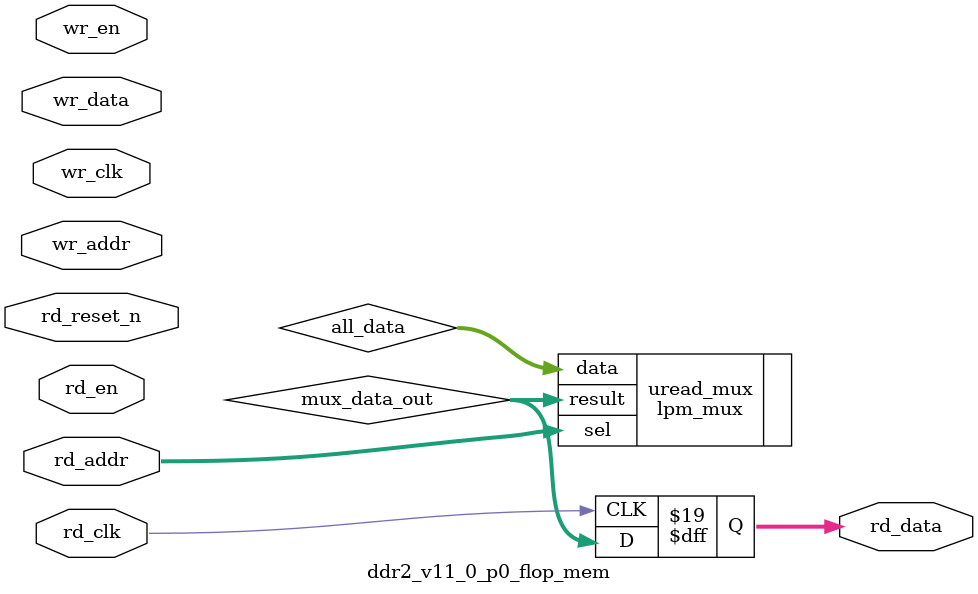
<source format=v>


(* altera_attribute = "-name ALLOW_SYNCH_CTRL_USAGE ON;-name AUTO_CLOCK_ENABLE_RECOGNITION ON" *)
module ddr2_v11_0_p0_flop_mem(
	wr_clk,
	wr_en,
	wr_addr,
	wr_data,
	rd_reset_n,
	rd_clk,
	rd_en,
	rd_addr,
	rd_data
);

parameter WRITE_MEM_DEPTH	= "";
parameter WRITE_ADDR_WIDTH	= "";
parameter WRITE_DATA_WIDTH	= "";
parameter READ_MEM_DEPTH	= "";
parameter READ_ADDR_WIDTH	= "";		 
parameter READ_DATA_WIDTH	= "";


input	wr_clk;
input	wr_en;
input	[WRITE_ADDR_WIDTH-1:0] wr_addr;
input	[WRITE_DATA_WIDTH-1:0] wr_data;
input	rd_reset_n;
input	rd_clk;
input	rd_en;
input	[READ_ADDR_WIDTH-1:0] rd_addr;
output	[READ_DATA_WIDTH-1:0] rd_data;



wire	[WRITE_MEM_DEPTH-1:0] wr_decode;
wire	[WRITE_DATA_WIDTH*WRITE_MEM_DEPTH-1:0] all_data;
wire	[READ_DATA_WIDTH-1:0] mux_data_out;



// declare a memory with WRITE_MEM_DEPTH entries
// each entry contains a data size of WRITE_DATA_WIDTH
reg	[WRITE_DATA_WIDTH-1:0] data_stored [0:WRITE_MEM_DEPTH-1] /* synthesis syn_preserve = 1 */;
reg	[READ_DATA_WIDTH-1:0] rd_data;

always @(posedge wr_clk)
begin
	if(wr_en)
		data_stored[wr_addr] <= wr_data;
end

generate
genvar entry;

	for (entry=0; entry < WRITE_MEM_DEPTH; entry=entry+1)
	begin: mem_location
		assign all_data[(WRITE_DATA_WIDTH*(entry+1)-1) : (WRITE_DATA_WIDTH*entry)] = data_stored[entry]; 
	end
endgenerate

	// mux to select the correct output data based on read address
	lpm_mux	uread_mux(
		.sel (rd_addr),
		.data (all_data),
		.result (mux_data_out)
		// synopsys translate_off
		,
		.aclr (),
		.clken (),
		.clock ()
		// synopsys translate_on
		);
     defparam uread_mux.lpm_size = READ_MEM_DEPTH;
     defparam uread_mux.lpm_type = "LPM_MUX";
     defparam uread_mux.lpm_width = READ_DATA_WIDTH;
     defparam uread_mux.lpm_widths = READ_ADDR_WIDTH;

	always @(posedge rd_clk)	
	begin
		rd_data <= mux_data_out;
	end

endmodule

</source>
